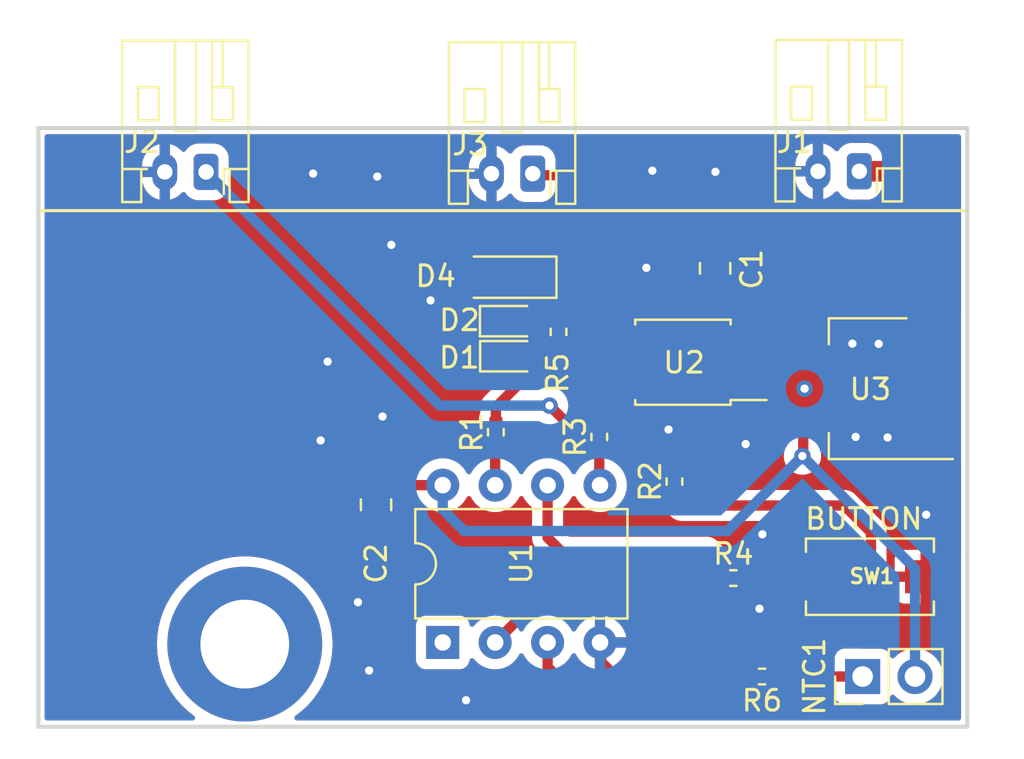
<source format=kicad_pcb>
(kicad_pcb (version 20221018) (generator pcbnew)
  (title_block (title "Paslode IM100C vendor lock-in override device") (date "2023-10-12") (rev "V1.0") (company "Ruslan Zalata"))
  (layers (0 "F.Cu" signal) (31 "B.Cu" signal) (34 "B.Paste" user) (35 "F.Paste" user) (36 "B.SilkS" user "B.Silkscreen") (37 "F.SilkS" user "F.Silkscreen") (38 "B.Mask" user) (39 "F.Mask" user) (44 "Edge.Cuts" user))
  (net 0 "")
  (net 1 "+BATT")
  (net 2 "GND")
  (net 3 "+3V3")
  (net 4 "Net-(D1-A)")
  (net 5 "Net-(D2-A)")
  (net 6 "VALVE")
  (net 7 "SHUTTER")
  (net 8 "Net-(U1-PB4)")
  (net 9 "Net-(U1-PB2)")
  (net 10 "Net-(U1-PB3)")
  (net 11 "Net-(R2-Pad2)")
  (net 12 "Net-(U1-PB0)")
  (net 13 "Net-(U1-PB1)")
  (net 14 "BUTTON")
  (footprint "Connector_JST:JST_PH_S2B-PH-K_1x02_P2.00mm_Horizontal" (layer "F.Cu") (at 139.77 82.095 180)
    (fp_text reference "J1" (at 3.14 1.41) (layer "F.SilkS"))
    (fp_text value "S2B-PH-K-S (LF)(SN)")
    (fp_line (start -2.06 -1.46) (end -2.06 6.36) (stroke (width 0.12)) (layer "F.SilkS"))
    (fp_line (start -2.06 0.14) (end -1.14 0.14) (stroke (width 0.12)) (layer "F.SilkS"))
    (fp_line (start -2.06 6.36) (end 4.06 6.36) (stroke (width 0.12)) (layer "F.SilkS"))
    (fp_line (start -1.3 2.5) (end -1.3 4.1) (stroke (width 0.12)) (layer "F.SilkS"))
    (fp_line (start -1.3 4.1) (end -0.3 4.1) (stroke (width 0.12)) (layer "F.SilkS"))
    (fp_line (start -1.14 -1.46) (end -2.06 -1.46) (stroke (width 0.12)) (layer "F.SilkS"))
    (fp_line (start -1.14 0.14) (end -1.14 -1.46) (stroke (width 0.12)) (layer "F.SilkS"))
    (fp_line (start -0.86 0.14) (end -1.14 0.14) (stroke (width 0.12)) (layer "F.SilkS"))
    (fp_line (start -0.86 0.14) (end -0.86 -1.075) (stroke (width 0.12)) (layer "F.SilkS"))
    (fp_line (start -0.8 4.1) (end -0.8 6.36) (stroke (width 0.12)) (layer "F.SilkS"))
    (fp_line (start -0.3 2.5) (end -1.3 2.5) (stroke (width 0.12)) (layer "F.SilkS"))
    (fp_line (start -0.3 4.1) (end -0.3 2.5) (stroke (width 0.12)) (layer "F.SilkS"))
    (fp_line (start -0.3 4.1) (end -0.3 6.36) (stroke (width 0.12)) (layer "F.SilkS"))
    (fp_line (start 0.5 2) (end 1.5 2) (stroke (width 0.12)) (layer "F.SilkS"))
    (fp_line (start 0.5 6.36) (end 0.5 2) (stroke (width 0.12)) (layer "F.SilkS"))
    (fp_line (start 1.5 2) (end 1.5 6.36) (stroke (width 0.12)) (layer "F.SilkS"))
    (fp_line (start 2.3 2.5) (end 3.3 2.5) (stroke (width 0.12)) (layer "F.SilkS"))
    (fp_line (start 2.3 4.1) (end 2.3 2.5) (stroke (width 0.12)) (layer "F.SilkS"))
    (fp_line (start 3.14 -1.46) (end 3.14 0.14) (stroke (width 0.12)) (layer "F.SilkS"))
    (fp_line (start 3.14 0.14) (end 2.86 0.14) (stroke (width 0.12)) (layer "F.SilkS"))
    (fp_line (start 3.3 2.5) (end 3.3 4.1) (stroke (width 0.12)) (layer "F.SilkS"))
    (fp_line (start 3.3 4.1) (end 2.3 4.1) (stroke (width 0.12)) (layer "F.SilkS"))
    (fp_line (start 4.06 -1.46) (end 3.14 -1.46) (stroke (width 0.12)) (layer "F.SilkS"))
    (fp_line (start 4.06 0.14) (end 3.14 0.14) (stroke (width 0.12)) (layer "F.SilkS"))
    (fp_line (start 4.06 6.36) (end 4.06 -1.46) (stroke (width 0.12)) (layer "F.SilkS"))
    (pad "1" thru_hole roundrect (at 0 0 180) (size 1.2 1.75) (drill 0.75) (layers "*.Cu" "*.Mask") (roundrect_rratio 0.2083333333) (net 1 "+BATT"))
    (pad "2" thru_hole oval (at 2 0 180) (size 1.2 1.75) (drill 0.75) (layers "*.Cu" "*.Mask") (net 2 "GND"))
  )
  (footprint "MountingHole:MountingHole_4.3mm_M4_DIN965_Pad" (layer "F.Cu") (at 110 105)
    (fp_text reference "H1" (at -0.12 0.08) (layer "F.SilkS"))
    (fp_text value "MountingHole")
    (pad "" thru_hole circle (at 0 0) (size 7.5 7.5) (drill 4.3) (layers "*.Cu" "*.Mask"))
  )
  (footprint "Capacitor_SMD:C_0805_2012Metric" (layer "F.Cu") (at 132.785 86.795 90)
    (fp_text reference "C1" (at -0.05 1.77 90) (layer "F.SilkS"))
    (fp_text value "22uF/25V")
    (fp_line (start -0.261252 -0.735) (end 0.261252 -0.735) (stroke (width 0.12)) (layer "F.SilkS"))
    (fp_line (start -0.261252 0.735) (end 0.261252 0.735) (stroke (width 0.12)) (layer "F.SilkS"))
    (pad "1" smd roundrect (at -0.95 0 90) (size 1 1.45) (layers "F.Cu" "F.Paste" "F.Mask") (net 1 "+BATT"))
    (pad "2" smd roundrect (at 0.95 0 90) (size 1 1.45) (layers "F.Cu" "F.Paste" "F.Mask") (net 2 "GND"))
  )
  (footprint "Capacitor_SMD:C_0805_2012Metric" (layer "F.Cu") (at 116.36 98.25 -90)
    (fp_text reference "C2" (at 2.845 0 90) (layer "F.SilkS"))
    (fp_text value "22uF/25V")
    (fp_line (start -0.261252 -0.735) (end 0.261252 -0.735) (stroke (width 0.12)) (layer "F.SilkS"))
    (fp_line (start -0.261252 0.735) (end 0.261252 0.735) (stroke (width 0.12)) (layer "F.SilkS"))
    (pad "1" smd roundrect (at -0.95 0 270) (size 1 1.45) (layers "F.Cu" "F.Paste" "F.Mask") (net 3 "+3V3"))
    (pad "2" smd roundrect (at 0.95 0 270) (size 1 1.45) (layers "F.Cu" "F.Paste" "F.Mask") (net 2 "GND"))
  )
  (footprint "Button_Switch_SMD:SW_SPST_EVQPE1" (layer "F.Cu") (at 140.285 101.735)
    (fp_text reference "SW1" (at 0.095 -0.02) (layer "F.SilkS") (effects (font (size 0.7 0.7))))
    (fp_text value "SW_Push")
    (fp_line (start -3.1 -1.85) (end -3.1 -1.2) (stroke (width 0.12)) (layer "F.SilkS"))
    (fp_line (start -3.1 1.2) (end -3.1 1.85) (stroke (width 0.12)) (layer "F.SilkS"))
    (fp_line (start -3.1 1.85) (end 3.1 1.85) (stroke (width 0.12)) (layer "F.SilkS"))
    (fp_line (start 3.1 -1.85) (end -3.1 -1.85) (stroke (width 0.12)) (layer "F.SilkS"))
    (fp_line (start 3.1 -1.85) (end 3.1 -1.2) (stroke (width 0.12)) (layer "F.SilkS"))
    (fp_line (start 3.1 1.85) (end 3.1 1.2) (stroke (width 0.12)) (layer "F.SilkS"))
    (pad "1" smd rect (at -2.7 0) (size 2 1.6) (layers "F.Cu" "F.Paste" "F.Mask") (net 14 "BUTTON"))
    (pad "2" smd rect (at 2.7 0) (size 2 1.6) (layers "F.Cu" "F.Paste" "F.Mask") (net 2 "GND"))
  )
  (footprint "Connector_JST:JST_PH_S2B-PH-K_1x02_P2.00mm_Horizontal" (layer "F.Cu") (at 123.95 82.21 180)
    (fp_text reference "J3" (at 3.035 1.41) (layer "F.SilkS"))
    (fp_text value "S2B-PH-K-S (LF)(SN)")
    (fp_line (start -2.06 -1.46) (end -2.06 6.36) (stroke (width 0.12)) (layer "F.SilkS"))
    (fp_line (start -2.06 0.14) (end -1.14 0.14) (stroke (width 0.12)) (layer "F.SilkS"))
    (fp_line (start -2.06 6.36) (end 4.06 6.36) (stroke (width 0.12)) (layer "F.SilkS"))
    (fp_line (start -1.3 2.5) (end -1.3 4.1) (stroke (width 0.12)) (layer "F.SilkS"))
    (fp_line (start -1.3 4.1) (end -0.3 4.1) (stroke (width 0.12)) (layer "F.SilkS"))
    (fp_line (start -1.14 -1.46) (end -2.06 -1.46) (stroke (width 0.12)) (layer "F.SilkS"))
    (fp_line (start -1.14 0.14) (end -1.14 -1.46) (stroke (width 0.12)) (layer "F.SilkS"))
    (fp_line (start -0.86 0.14) (end -1.14 0.14) (stroke (width 0.12)) (layer "F.SilkS"))
    (fp_line (start -0.86 0.14) (end -0.86 -1.075) (stroke (width 0.12)) (layer "F.SilkS"))
    (fp_line (start -0.8 4.1) (end -0.8 6.36) (stroke (width 0.12)) (layer "F.SilkS"))
    (fp_line (start -0.3 2.5) (end -1.3 2.5) (stroke (width 0.12)) (layer "F.SilkS"))
    (fp_line (start -0.3 4.1) (end -0.3 2.5) (stroke (width 0.12)) (layer "F.SilkS"))
    (fp_line (start -0.3 4.1) (end -0.3 6.36) (stroke (width 0.12)) (layer "F.SilkS"))
    (fp_line (start 0.5 2) (end 1.5 2) (stroke (width 0.12)) (layer "F.SilkS"))
    (fp_line (start 0.5 6.36) (end 0.5 2) (stroke (width 0.12)) (layer "F.SilkS"))
    (fp_line (start 1.5 2) (end 1.5 6.36) (stroke (width 0.12)) (layer "F.SilkS"))
    (fp_line (start 2.3 2.5) (end 3.3 2.5) (stroke (width 0.12)) (layer "F.SilkS"))
    (fp_line (start 2.3 4.1) (end 2.3 2.5) (stroke (width 0.12)) (layer "F.SilkS"))
    (fp_line (start 3.14 -1.46) (end 3.14 0.14) (stroke (width 0.12)) (layer "F.SilkS"))
    (fp_line (start 3.14 0.14) (end 2.86 0.14) (stroke (width 0.12)) (layer "F.SilkS"))
    (fp_line (start 3.3 2.5) (end 3.3 4.1) (stroke (width 0.12)) (layer "F.SilkS"))
    (fp_line (start 3.3 4.1) (end 2.3 4.1) (stroke (width 0.12)) (layer "F.SilkS"))
    (fp_line (start 4.06 -1.46) (end 3.14 -1.46) (stroke (width 0.12)) (layer "F.SilkS"))
    (fp_line (start 4.06 0.14) (end 3.14 0.14) (stroke (width 0.12)) (layer "F.SilkS"))
    (fp_line (start 4.06 6.36) (end 4.06 -1.46) (stroke (width 0.12)) (layer "F.SilkS"))
    (pad "1" thru_hole roundrect (at 0 0 180) (size 1.2 1.75) (drill 0.75) (layers "*.Cu" "*.Mask") (roundrect_rratio 0.2083333333) (net 6 "VALVE"))
    (pad "2" thru_hole oval (at 2 0 180) (size 1.2 1.75) (drill 0.75) (layers "*.Cu" "*.Mask") (net 2 "GND"))
  )
  (footprint "Resistor_SMD:R_0402_1005Metric" (layer "F.Cu") (at 122.165 94.735 90)
    (fp_text reference "R1" (at 0 -1.17 90) (layer "F.SilkS"))
    (fp_text value "330R/1%")
    (fp_line (start -0.153641 -0.38) (end 0.153641 -0.38) (stroke (width 0.12)) (layer "F.SilkS"))
    (fp_line (start -0.153641 0.38) (end 0.153641 0.38) (stroke (width 0.12)) (layer "F.SilkS"))
    (pad "1" smd roundrect (at -0.51 0 90) (size 0.54 0.64) (layers "F.Cu" "F.Paste" "F.Mask") (net 9 "Net-(U1-PB2)"))
    (pad "2" smd roundrect (at 0.51 0 90) (size 0.54 0.64) (layers "F.Cu" "F.Paste" "F.Mask") (net 4 "Net-(D1-A)"))
  )
  (footprint "Resistor_SMD:R_0402_1005Metric" (layer "F.Cu") (at 127.175 94.965 90)
    (fp_text reference "R3" (at 0 -1.17 90) (layer "F.SilkS"))
    (fp_text value "110R/1%")
    (fp_line (start -0.153641 -0.38) (end 0.153641 -0.38) (stroke (width 0.12)) (layer "F.SilkS"))
    (fp_line (start -0.153641 0.38) (end 0.153641 0.38) (stroke (width 0.12)) (layer "F.SilkS"))
    (pad "1" smd roundrect (at -0.51 0 90) (size 0.54 0.64) (layers "F.Cu" "F.Paste" "F.Mask") (net 12 "Net-(U1-PB0)"))
    (pad "2" smd roundrect (at 0.51 0 90) (size 0.54 0.64) (layers "F.Cu" "F.Paste" "F.Mask") (net 7 "SHUTTER"))
  )
  (footprint "Connector_JST:JST_PH_S2B-PH-K_1x02_P2.00mm_Horizontal" (layer "F.Cu") (at 108.125 82.125 180)
    (fp_text reference "J2" (at 3.115 1.445) (layer "F.SilkS"))
    (fp_text value "S2B-PH-K-S (LF)(SN)")
    (fp_line (start -2.06 -1.46) (end -2.06 6.36) (stroke (width 0.12)) (layer "F.SilkS"))
    (fp_line (start -2.06 0.14) (end -1.14 0.14) (stroke (width 0.12)) (layer "F.SilkS"))
    (fp_line (start -2.06 6.36) (end 4.06 6.36) (stroke (width 0.12)) (layer "F.SilkS"))
    (fp_line (start -1.3 2.5) (end -1.3 4.1) (stroke (width 0.12)) (layer "F.SilkS"))
    (fp_line (start -1.3 4.1) (end -0.3 4.1) (stroke (width 0.12)) (layer "F.SilkS"))
    (fp_line (start -1.14 -1.46) (end -2.06 -1.46) (stroke (width 0.12)) (layer "F.SilkS"))
    (fp_line (start -1.14 0.14) (end -1.14 -1.46) (stroke (width 0.12)) (layer "F.SilkS"))
    (fp_line (start -0.86 0.14) (end -1.14 0.14) (stroke (width 0.12)) (layer "F.SilkS"))
    (fp_line (start -0.86 0.14) (end -0.86 -1.075) (stroke (width 0.12)) (layer "F.SilkS"))
    (fp_line (start -0.8 4.1) (end -0.8 6.36) (stroke (width 0.12)) (layer "F.SilkS"))
    (fp_line (start -0.3 2.5) (end -1.3 2.5) (stroke (width 0.12)) (layer "F.SilkS"))
    (fp_line (start -0.3 4.1) (end -0.3 2.5) (stroke (width 0.12)) (layer "F.SilkS"))
    (fp_line (start -0.3 4.1) (end -0.3 6.36) (stroke (width 0.12)) (layer "F.SilkS"))
    (fp_line (start 0.5 2) (end 1.5 2) (stroke (width 0.12)) (layer "F.SilkS"))
    (fp_line (start 0.5 6.36) (end 0.5 2) (stroke (width 0.12)) (layer "F.SilkS"))
    (fp_line (start 1.5 2) (end 1.5 6.36) (stroke (width 0.12)) (layer "F.SilkS"))
    (fp_line (start 2.3 2.5) (end 3.3 2.5) (stroke (width 0.12)) (layer "F.SilkS"))
    (fp_line (start 2.3 4.1) (end 2.3 2.5) (stroke (width 0.12)) (layer "F.SilkS"))
    (fp_line (start 3.14 -1.46) (end 3.14 0.14) (stroke (width 0.12)) (layer "F.SilkS"))
    (fp_line (start 3.14 0.14) (end 2.86 0.14) (stroke (width 0.12)) (layer "F.SilkS"))
    (fp_line (start 3.3 2.5) (end 3.3 4.1) (stroke (width 0.12)) (layer "F.SilkS"))
    (fp_line (start 3.3 4.1) (end 2.3 4.1) (stroke (width 0.12)) (layer "F.SilkS"))
    (fp_line (start 4.06 -1.46) (end 3.14 -1.46) (stroke (width 0.12)) (layer "F.SilkS"))
    (fp_line (start 4.06 0.14) (end 3.14 0.14) (stroke (width 0.12)) (layer "F.SilkS"))
    (fp_line (start 4.06 6.36) (end 4.06 -1.46) (stroke (width 0.12)) (layer "F.SilkS"))
    (pad "1" thru_hole roundrect (at 0 0 180) (size 1.2 1.75) (drill 0.75) (layers "*.Cu" "*.Mask") (roundrect_rratio 0.2083333333) (net 7 "SHUTTER"))
    (pad "2" thru_hole oval (at 2 0 180) (size 1.2 1.75) (drill 0.75) (layers "*.Cu" "*.Mask") (net 2 "GND"))
  )
  (footprint "Resistor_SMD:R_0402_1005Metric" (layer "F.Cu") (at 130.815 97.125 90)
    (fp_text reference "R2" (at 0 -1.17 90) (layer "F.SilkS"))
    (fp_text value "1K/1%")
    (fp_line (start -0.153641 -0.38) (end 0.153641 -0.38) (stroke (width 0.12)) (layer "F.SilkS"))
    (fp_line (start -0.153641 0.38) (end 0.153641 0.38) (stroke (width 0.12)) (layer "F.SilkS"))
    (pad "1" smd roundrect (at -0.51 0 90) (size 0.54 0.64) (layers "F.Cu" "F.Paste" "F.Mask") (net 10 "Net-(U1-PB3)"))
    (pad "2" smd roundrect (at 0.51 0 90) (size 0.54 0.64) (layers "F.Cu" "F.Paste" "F.Mask") (net 11 "Net-(R2-Pad2)"))
  )
  (footprint "LED_SMD:LED_0603_1608Metric" (layer "F.Cu") (at 122.8875 91.055)
    (fp_text reference "D1" (at -2.4975 0.07) (layer "F.SilkS"))
    (fp_text value "FYLS-0603PGC")
    (fp_line (start -1.485 -0.735) (end -1.485 0.735) (stroke (width 0.12)) (layer "F.SilkS"))
    (fp_line (start -1.485 0.735) (end 0.8 0.735) (stroke (width 0.12)) (layer "F.SilkS"))
    (fp_line (start 0.8 -0.735) (end -1.485 -0.735) (stroke (width 0.12)) (layer "F.SilkS"))
    (pad "1" smd roundrect (at -0.7875 0) (size 0.875 0.95) (layers "F.Cu" "F.Paste" "F.Mask") (net 2 "GND"))
    (pad "2" smd roundrect (at 0.7875 0) (size 0.875 0.95) (layers "F.Cu" "F.Paste" "F.Mask") (net 4 "Net-(D1-A)"))
  )
  (footprint "Package_SO:SO-4_4.4x3.9mm_P2.54mm" (layer "F.Cu") (at 131.225 91.345 180)
    (fp_text reference "U2" (at -0.055 -0.02) (layer "F.SilkS"))
    (fp_text value "TLP3123")
    (fp_line (start -2.31 -2.06) (end -2.31 -1.83) (stroke (width 0.12)) (layer "F.SilkS"))
    (fp_line (start -2.31 -1.83) (end -4.05 -1.83) (stroke (width 0.12)) (layer "F.SilkS"))
    (fp_line (start -2.31 2.06) (end -2.31 1.83) (stroke (width 0.12)) (layer "F.SilkS"))
    (fp_line (start 0 -2.06) (end -2.31 -2.06) (stroke (width 0.12)) (layer "F.SilkS"))
    (fp_line (start 0 -2.06) (end 2.31 -2.06) (stroke (width 0.12)) (layer "F.SilkS"))
    (fp_line (start 0 2.06) (end -2.31 2.06) (stroke (width 0.12)) (layer "F.SilkS"))
    (fp_line (start 0 2.06) (end 2.31 2.06) (stroke (width 0.12)) (layer "F.SilkS"))
    (fp_line (start 2.31 -2.06) (end 2.31 -1.83) (stroke (width 0.12)) (layer "F.SilkS"))
    (fp_line (start 2.31 2.06) (end 2.31 1.83) (stroke (width 0.12)) (layer "F.SilkS"))
    (pad "1" smd roundrect (at -3.15 -1.27 180) (size 1.8 0.6) (layers "F.Cu" "F.Paste" "F.Mask") (net 11 "Net-(R2-Pad2)"))
    (pad "2" smd roundrect (at -3.15 1.27 180) (size 1.8 0.6) (layers "F.Cu" "F.Paste" "F.Mask") (net 2 "GND"))
    (pad "3" smd roundrect (at 3.15 1.27 180) (size 1.8 0.6) (layers "F.Cu" "F.Paste" "F.Mask") (net 6 "VALVE"))
    (pad "4" smd roundrect (at 3.15 -1.27 180) (size 1.8 0.6) (layers "F.Cu" "F.Paste" "F.Mask") (net 1 "+BATT"))
  )
  (footprint "Resistor_SMD:R_0402_1005Metric" (layer "F.Cu") (at 133.67 101.8)
    (fp_text reference "R4" (at 0 -1.17) (layer "F.SilkS"))
    (fp_text value "110R/1%")
    (fp_line (start -0.153641 -0.38) (end 0.153641 -0.38) (stroke (width 0.12)) (layer "F.SilkS"))
    (fp_line (start -0.153641 0.38) (end 0.153641 0.38) (stroke (width 0.12)) (layer "F.SilkS"))
    (pad "1" smd roundrect (at -0.51 0) (size 0.54 0.64) (layers "F.Cu" "F.Paste" "F.Mask") (net 13 "Net-(U1-PB1)"))
    (pad "2" smd roundrect (at 0.51 0) (size 0.54 0.64) (layers "F.Cu" "F.Paste" "F.Mask") (net 14 "BUTTON"))
  )
  (footprint "Resistor_SMD:R_0402_1005Metric" (layer "F.Cu") (at 135.06 106.57 180)
    (fp_text reference "R6" (at 0 -1.17) (layer "F.SilkS"))
    (fp_text value "10K/1%")
    (fp_line (start -0.153641 -0.38) (end 0.153641 -0.38) (stroke (width 0.12)) (layer "F.SilkS"))
    (fp_line (start -0.153641 0.38) (end 0.153641 0.38) (stroke (width 0.12)) (layer "F.SilkS"))
    (pad "1" smd roundrect (at -0.51 0 180) (size 0.54 0.64) (layers "F.Cu" "F.Paste" "F.Mask") (net 8 "Net-(U1-PB4)"))
    (pad "2" smd roundrect (at 0.51 0 180) (size 0.54 0.64) (layers "F.Cu" "F.Paste" "F.Mask") (net 2 "GND"))
  )
  (footprint "Diode_SMD:D_SOD-123" (layer "F.Cu") (at 122.74 87.225 180)
    (fp_text reference "D4" (at 3.49 0.05) (layer "F.SilkS"))
    (fp_text value "1N4148W")
    (fp_line (start -2.36 -1) (end -2.36 1) (stroke (width 0.12)) (layer "F.SilkS"))
    (fp_line (start -2.36 -1) (end 1.65 -1) (stroke (width 0.12)) (layer "F.SilkS"))
    (fp_line (start -2.36 1) (end 1.65 1) (stroke (width 0.12)) (layer "F.SilkS"))
    (pad "1" smd roundrect (at -1.65 0 180) (size 0.9 1.2) (layers "F.Cu" "F.Paste" "F.Mask") (net 6 "VALVE"))
    (pad "2" smd roundrect (at 1.65 0 180) (size 0.9 1.2) (layers "F.Cu" "F.Paste" "F.Mask") (net 2 "GND"))
  )
  (footprint "Package_DIP:DIP-8_W7.62mm" (layer "F.Cu") (at 119.59 104.92 90)
    (fp_text reference "U1" (at 3.825 3.81 90) (layer "F.SilkS"))
    (fp_text value "ATtiny13-20P")
    (fp_line (start 1.16 -1.33) (end 1.16 8.95) (stroke (width 0.12)) (layer "F.SilkS"))
    (fp_line (start 1.16 8.95) (end 6.46 8.95) (stroke (width 0.12)) (layer "F.SilkS"))
    (fp_line (start 2.81 -1.33) (end 1.16 -1.33) (stroke (width 0.12)) (layer "F.SilkS"))
    (fp_line (start 6.46 -1.33) (end 4.81 -1.33) (stroke (width 0.12)) (layer "F.SilkS"))
    (fp_line (start 6.46 8.95) (end 6.46 -1.33) (stroke (width 0.12)) (layer "F.SilkS"))
    (fp_arc (start 4.81 -1.33) (mid 3.81 -0.33) (end 2.81 -1.33) (stroke (width 0.12)) (layer "F.SilkS"))
    (pad "1" thru_hole rect (at 0 0 90) (size 1.6 1.6) (drill 0.8) (layers "*.Cu" "*.Mask"))
    (pad "2" thru_hole oval (at 0 2.54 90) (size 1.6 1.6) (drill 0.8) (layers "*.Cu" "*.Mask") (net 10 "Net-(U1-PB3)"))
    (pad "3" thru_hole oval (at 0 5.08 90) (size 1.6 1.6) (drill 0.8) (layers "*.Cu" "*.Mask") (net 8 "Net-(U1-PB4)"))
    (pad "4" thru_hole oval (at 0 7.62 90) (size 1.6 1.6) (drill 0.8) (layers "*.Cu" "*.Mask") (net 2 "GND"))
    (pad "5" thru_hole oval (at 7.62 7.62 90) (size 1.6 1.6) (drill 0.8) (layers "*.Cu" "*.Mask") (net 12 "Net-(U1-PB0)"))
    (pad "6" thru_hole oval (at 7.62 5.08 90) (size 1.6 1.6) (drill 0.8) (layers "*.Cu" "*.Mask") (net 13 "Net-(U1-PB1)"))
    (pad "7" thru_hole oval (at 7.62 2.54 90) (size 1.6 1.6) (drill 0.8) (layers "*.Cu" "*.Mask") (net 9 "Net-(U1-PB2)"))
    (pad "8" thru_hole oval (at 7.62 0 90) (size 1.6 1.6) (drill 0.8) (layers "*.Cu" "*.Mask") (net 3 "+3V3"))
  )
  (footprint "LED_SMD:LED_0603_1608Metric" (layer "F.Cu") (at 122.8775 89.355)
    (fp_text reference "D2" (at -2.4775 -0.045) (layer "F.SilkS"))
    (fp_text value "FYLS-0603URC")
    (fp_line (start -1.485 -0.735) (end -1.485 0.735) (stroke (width 0.12)) (layer "F.SilkS"))
    (fp_line (start -1.485 0.735) (end 0.8 0.735) (stroke (width 0.12)) (layer "F.SilkS"))
    (fp_line (start 0.8 -0.735) (end -1.485 -0.735) (stroke (width 0.12)) (layer "F.SilkS"))
    (pad "1" smd roundrect (at -0.7875 0) (size 0.875 0.95) (layers "F.Cu" "F.Paste" "F.Mask") (net 2 "GND"))
    (pad "2" smd roundrect (at 0.7875 0) (size 0.875 0.95) (layers "F.Cu" "F.Paste" "F.Mask") (net 5 "Net-(D2-A)"))
  )
  (footprint "Resistor_SMD:R_0402_1005Metric" (layer "F.Cu") (at 125.2 89.875 90)
    (fp_text reference "R5" (at -1.99 -0.045 90) (layer "F.SilkS"))
    (fp_text value "1K/1%")
    (fp_line (start -0.153641 -0.38) (end 0.153641 -0.38) (stroke (width 0.12)) (layer "F.SilkS"))
    (fp_line (start -0.153641 0.38) (end 0.153641 0.38) (stroke (width 0.12)) (layer "F.SilkS"))
    (pad "1" smd roundrect (at -0.51 0 90) (size 0.54 0.64) (layers "F.Cu" "F.Paste" "F.Mask") (net 6 "VALVE"))
    (pad "2" smd roundrect (at 0.51 0 90) (size 0.54 0.64) (layers "F.Cu" "F.Paste" "F.Mask") (net 5 "Net-(D2-A)"))
  )
  (footprint "Package_TO_SOT_SMD:SOT-223-3_TabPin2" (layer "F.Cu") (at 140.205 92.625 180)
    (fp_text reference "U3" (at -0.1 -0.03) (layer "F.SilkS"))
    (fp_text value "AMS1117-3.3")
    (fp_line (start -4.1 -3.41) (end 1.91 -3.41) (stroke (width 0.12)) (layer "F.SilkS"))
    (fp_line (start -1.85 3.41) (end 1.91 3.41) (stroke (width 0.12)) (layer "F.SilkS"))
    (fp_line (start 1.91 -3.41) (end 1.91 -2.15) (stroke (width 0.12)) (layer "F.SilkS"))
    (fp_line (start 1.91 3.41) (end 1.91 2.15) (stroke (width 0.12)) (layer "F.SilkS"))
    (pad "1" smd rect (at -3.15 -2.3 180) (size 2 1.5) (layers "F.Cu" "F.Paste" "F.Mask") (net 2 "GND"))
    (pad "2" smd rect (at -3.15 0 180) (size 2 1.5) (layers "F.Cu" "F.Paste" "F.Mask") (net 3 "+3V3"))
    (pad "2" smd rect (at 3.15 0 180) (size 2 3.8) (layers "F.Cu" "F.Paste" "F.Mask") (net 3 "+3V3"))
    (pad "3" smd rect (at -3.15 2.3 180) (size 2 1.5) (layers "F.Cu" "F.Paste" "F.Mask") (net 1 "+BATT"))
  )
  (footprint "Connector_PinHeader_2.54mm:PinHeader_1x02_P2.54mm_Vertical" (layer "F.Cu") (at 139.93 106.57 90)
    (fp_text reference "NTC1" (at 0 -2.33 90) (layer "F.SilkS"))
    (fp_text value "4.7K NTC")
    (fp_line (start -1.33 -1.33) (end 0 -1.33) (stroke (width 0.12)) (layer "F.SilkS"))
    (fp_line (start -1.33 0) (end -1.33 -1.33) (stroke (width 0.12)) (layer "F.SilkS"))
    (fp_line (start -1.33 1.27) (end -1.33 3.87) (stroke (width 0.12)) (layer "F.SilkS"))
    (fp_line (start -1.33 1.27) (end 1.33 1.27) (stroke (width 0.12)) (layer "F.SilkS"))
    (fp_line (start -1.33 3.87) (end 1.33 3.87) (stroke (width 0.12)) (layer "F.SilkS"))
    (fp_line (start 1.33 1.27) (end 1.33 3.87) (stroke (width 0.12)) (layer "F.SilkS"))
    (pad "1" thru_hole rect (at 0 0 90) (size 1.7 1.7) (drill 1) (layers "*.Cu" "*.Mask") (net 8 "Net-(U1-PB4)"))
    (pad "2" thru_hole oval (at 0 2.54 90) (size 1.7 1.7) (drill 1) (layers "*.Cu" "*.Mask") (net 3 "+3V3"))
  )
  (gr_line (start 100 84) (end 145 84) (stroke (width 0.15)) (layer "F.SilkS"))
  (gr_rect (start 100 80) (end 145 109) (stroke (width 0.2)) (fill none) (layer "Edge.Cuts"))
  (gr_text "BUTTON" (at 139.99 99.52) (layer "F.SilkS") (effects (font (size 1 1)) (justify bottom)))
  (segment (start 142.91 83.69) (end 142.91 85.51) (width 1) (layer "F.Cu") (net 1))
  (segment (start 139.77 82.095) (end 141.315 82.095) (width 1) (layer "F.Cu") (net 1))
  (segment (start 142.91 85.51) (end 143.35 85.95) (width 1) (layer "F.Cu") (net 1))
  (segment (start 143.355 87.77) (end 143.355 90.325) (width 0.5) (layer "F.Cu") (net 1))
  (segment (start 131.51 90.54) (end 131.51 87.835) (width 1) (layer "F.Cu") (net 1))
  (segment (start 128.075 92.615) (end 129.435 92.615) (width 1) (layer "F.Cu") (net 1))
  (segment (start 131.51 87.835) (end 131.59 87.755) (width 1) (layer "F.Cu") (net 1))
  (segment (start 129.435 92.615) (end 131.51 90.54) (width 1) (layer "F.Cu") (net 1))
  (segment (start 131.59 87.755) (end 140.665 87.755) (width 1) (layer "F.Cu") (net 1))
  (segment (start 143.35 85.95) (end 143.35 87.765) (width 1) (layer "F.Cu") (net 1))
  (segment (start 141.315 82.095) (end 142.91 83.69) (width 1) (layer "F.Cu") (net 1))
  (segment (start 140.665 87.755) (end 142.91 85.51) (width 1) (layer "F.Cu") (net 1))
  (segment (start 143.35 87.765) (end 143.355 87.77) (width 0.5) (layer "F.Cu") (net 1))
  (segment (start 121.09 88.005) (end 121.09 87.225) (width 0.5) (layer "F.Cu") (net 2))
  (segment (start 142.985 98.755) (end 143.01 98.73) (width 0.5) (layer "F.Cu") (net 2))
  (segment (start 134.375 89.695) (end 134.7 89.37) (width 0.5) (layer "F.Cu") (net 2))
  (segment (start 142.985 101.735) (end 142.985 98.755) (width 0.5) (layer "F.Cu") (net 2))
  (segment (start 143.355 94.925) (end 141.205 94.925) (width 0.5) (layer "F.Cu") (net 2))
  (segment (start 134.545 106.565) (end 127.97 106.565) (width 0.5) (layer "F.Cu") (net 2))
  (segment (start 127.26 105.855) (end 127.26 104.97) (width 0.5) (layer "F.Cu") (net 2))
  (segment (start 127.26 104.97) (end 127.21 104.92) (width 0.5) (layer "F.Cu") (net 2))
  (segment (start 122.12 89.385) (end 122.09 89.355) (width 0.5) (layer "F.Cu") (net 2))
  (segment (start 134.375 90.075) (end 134.375 89.695) (width 0.5) (layer "F.Cu") (net 2))
  (segment (start 141.205 94.925) (end 141.14 94.99) (width 0.5) (layer "F.Cu") (net 2))
  (segment (start 121.09 87.225) (end 120.125 87.225) (width 0.5) (layer "F.Cu") (net 2))
  (segment (start 122.12 91.07) (end 122.12 89.385) (width 0.5) (layer "F.Cu") (net 2))
  (segment (start 122.09 89.005) (end 121.09 88.005) (width 0.5) (layer "F.Cu") (net 2))
  (segment (start 134.7 89.37) (end 139.625 89.37) (width 0.5) (layer "F.Cu") (net 2))
  (segment (start 120.125 87.225) (end 119 88.35) (width 0.5) (layer "F.Cu") (net 2))
  (segment (start 122.09 89.355) (end 122.09 89.005) (width 0.5) (layer "F.Cu") (net 2))
  (segment (start 139.625 89.37) (end 140.71 90.455) (width 0.5) (layer "F.Cu") (net 2))
  (segment (start 127.97 106.565) (end 127.26 105.855) (width 0.5) (layer "F.Cu") (net 2))
  (segment (start 134.55 106.57) (end 134.545 106.565) (width 0.5) (layer "F.Cu") (net 2))
  (via (at 143.01 98.73) (size 0.8) (drill 0.4) (layers "F.Cu" "B.Cu") (net 2))
  (via (at 116.42 82.35) (size 0.8) (drill 0.4) (layers "F.Cu" "B.Cu") (net 2))
  (via (at 139.59468 94.962446) (size 0.8) (drill 0.4) (layers "F.Cu" "B.Cu") (net 2))
  (via (at 129.455 86.77) (size 0.8) (drill 0.4) (layers "F.Cu" "B.Cu") (net 2))
  (via (at 117.1 85.66) (size 0.8) (drill 0.4) (layers "F.Cu" "B.Cu") (net 2))
  (via (at 134.265 95.31) (size 0.8) (drill 0.4) (layers "F.Cu" "B.Cu") (net 2))
  (via (at 139.437517 90.444006) (size 0.8) (drill 0.4) (layers "F.Cu" "B.Cu") (net 2))
  (via (at 116.675 93.975) (size 0.8) (drill 0.4) (layers "F.Cu" "B.Cu") (net 2))
  (via (at 114.015 91.315) (size 0.8) (drill 0.4) (layers "F.Cu" "B.Cu") (net 2))
  (via (at 113.31 82.205) (size 0.8) (drill 0.4) (layers "F.Cu" "B.Cu") (net 2))
  (via (at 134.935 103.285) (size 0.8) (drill 0.4) (layers "F.Cu" "B.Cu") (net 2))
  (via (at 132.8 82.12) (size 0.8) (drill 0.4) (layers "F.Cu" "B.Cu") (net 2))
  (via (at 115.485 102.97) (size 0.8) (drill 0.4) (layers "F.Cu" "B.Cu") (net 2))
  (via (at 116.025 106.28) (size 0.8) (drill 0.4) (layers "F.Cu" "B.Cu") (net 2))
  (via (at 119 88.35) (size 0.8) (drill 0.4) (layers "F.Cu" "B.Cu") (net 2))
  (via (at 140.71 90.455) (size 0.8) (drill 0.4) (layers "F.Cu" "B.Cu") (net 2))
  (via (at 135.075 99.68) (size 0.8) (drill 0.4) (layers "F.Cu" "B.Cu") (net 2))
  (via (at 113.675 95.135) (size 0.8) (drill 0.4) (layers "F.Cu" "B.Cu") (net 2))
  (via (at 141.14 94.99) (size 0.8) (drill 0.4) (layers "F.Cu" "B.Cu") (net 2))
  (via (at 129.745 82.065) (size 0.8) (drill 0.4) (layers "F.Cu" "B.Cu") (net 2))
  (via (at 130.53 94.605) (size 0.8) (drill 0.4) (layers "F.Cu" "B.Cu") (net 2))
  (via (at 120.72 107.72) (size 0.8) (drill 0.4) (layers "F.Cu" "B.Cu") (net 2))
  (segment (start 137.055 95.85) (end 137.015 95.89) (width 0.5) (layer "F.Cu") (net 3))
  (segment (start 140.55 92.625) (end 137.055 92.625) (width 0.5) (layer "F.Cu") (net 3))
  (segment (start 137.055 92.625) (end 137.055 95.85) (width 0.5) (layer "F.Cu") (net 3))
  (segment (start 143.355 92.625) (end 140.55 92.625) (width 0.5) (layer "F.Cu") (net 3))
  (segment (start 116.36 97.3) (end 119.59 97.3) (width 0.5) (layer "F.Cu") (net 3))
  (via (at 137.11936 92.624644) (size 0.8) (drill 0.4) (layers "F.Cu" "B.Cu") (net 3))
  (via (at 137.015 95.89) (size 0.8) (drill 0.4) (layers "F.Cu" "B.Cu") (net 3))
  (segment (start 119.59 97.3) (end 119.59 98.48) (width 0.5) (layer "B.Cu") (net 3))
  (segment (start 142.47 106.57) (end 142.47 101.345) (width 0.5) (layer "B.Cu") (net 3))
  (segment (start 133.385 99.52) (end 137.015 95.89) (width 0.5) (layer "B.Cu") (net 3))
  (segment (start 119.59 98.48) (end 120.63 99.52) (width 0.5) (layer "B.Cu") (net 3))
  (segment (start 142.47 101.345) (end 137.015 95.89) (width 0.5) (layer "B.Cu") (net 3))
  (segment (start 120.63 99.52) (end 133.385 99.52) (width 0.5) (layer "B.Cu") (net 3))
  (segment (start 122.165 94.225) (end 122.165 93.52) (width 0.5) (layer "F.Cu") (net 4))
  (segment (start 123.675 92.01) (end 123.675 91.055) (width 0.5) (layer "F.Cu") (net 4))
  (segment (start 122.165 93.52) (end 123.675 92.01) (width 0.5) (layer "F.Cu") (net 4))
  (segment (start 123.665 89.355) (end 125.062685 89.355) (width 0.5) (layer "F.Cu") (net 5))
  (segment (start 125.062685 89.355) (end 125.072685 89.365) (width 0.5) (layer "F.Cu") (net 5))
  (segment (start 126.53 82.285) (end 124.025 82.285) (width 0.5) (layer "F.Cu") (net 6))
  (segment (start 125.045 87.225) (end 126.355 88.535) (width 0.5) (layer "F.Cu") (net 6))
  (segment (start 126.355 89.855) (end 126.575 90.075) (width 0.5) (layer "F.Cu") (net 6))
  (segment (start 126.575 90.075) (end 126.265 90.385) (width 0.5) (layer "F.Cu") (net 6))
  (segment (start 124.025 82.285) (end 123.95 82.21) (width 0.5) (layer "F.Cu") (net 6))
  (segment (start 124.39 87.225) (end 125.045 87.225) (width 0.5) (layer "F.Cu") (net 6))
  (segment (start 126.575 90.075) (end 128.075 90.075) (width 0.5) (layer "F.Cu") (net 6))
  (segment (start 124.39 87.225) (end 125.39 87.225) (width 0.5) (layer "F.Cu") (net 6))
  (segment (start 125.39 87.225) (end 127.53 85.085) (width 0.5) (layer "F.Cu") (net 6))
  (segment (start 126.355 88.535) (end 126.355 89.855) (width 0.5) (layer "F.Cu") (net 6))
  (segment (start 126.265 90.385) (end 125.2 90.385) (width 0.5) (layer "F.Cu") (net 6))
  (segment (start 127.53 85.085) (end 127.53 83.285) (width 0.5) (layer "F.Cu") (net 6))
  (segment (start 127.53 83.285) (end 126.53 82.285) (width 0.5) (layer "F.Cu") (net 6))
  (segment (start 127.175 94.455) (end 125.775 94.455) (width 0.5) (layer "F.Cu") (net 7))
  (segment (start 125.775 94.455) (end 124.765 93.445) (width 0.5) (layer "F.Cu") (net 7))
  (via (at 124.765 93.445) (size 0.8) (drill 0.4) (layers "F.Cu" "B.Cu") (net 7))
  (segment (start 119.445 93.445) (end 124.765 93.445) (width 0.5) (layer "B.Cu") (net 7))
  (segment (start 108.125 82.125) (end 119.445 93.445) (width 0.5) (layer "B.Cu") (net 7))
  (segment (start 124.67 106.105) (end 126.245 107.68) (width 0.5) (layer "F.Cu") (net 8))
  (segment (start 126.245 107.68) (end 135.21 107.68) (width 0.5) (layer "F.Cu") (net 8))
  (segment (start 124.67 104.92) (end 124.67 106.105) (width 0.5) (layer "F.Cu") (net 8))
  (segment (start 135.21 107.68) (end 135.57 107.32) (width 0.5) (layer "F.Cu") (net 8))
  (segment (start 135.57 106.57) (end 139.93 106.57) (width 0.5) (layer "F.Cu") (net 8))
  (segment (start 135.57 107.32) (end 135.57 106.57) (width 0.5) (layer "F.Cu") (net 8))
  (segment (start 122.13 95.28) (end 122.165 95.245) (width 0.5) (layer "F.Cu") (net 9))
  (segment (start 122.13 97.3) (end 122.13 95.28) (width 0.5) (layer "F.Cu") (net 9))
  (segment (start 124.165 102.885) (end 122.13 104.92) (width 0.5) (layer "F.Cu") (net 10))
  (segment (start 139.035 98.285) (end 140.335 99.585) (width 0.5) (layer "F.Cu") (net 10))
  (segment (start 129.89 102.885) (end 124.165 102.885) (width 0.5) (layer "F.Cu") (net 10))
  (segment (start 130.815 97.635) (end 130.815 97.91) (width 0.5) (layer "F.Cu") (net 10))
  (segment (start 131.825 104.82) (end 129.89 102.885) (width 0.5) (layer "F.Cu") (net 10))
  (segment (start 130.815 97.91) (end 131.19 98.285) (width 0.5) (layer "F.Cu") (net 10))
  (segment (start 140.335 99.585) (end 140.335 103.285) (width 0.5) (layer "F.Cu") (net 10))
  (segment (start 138.8 104.82) (end 131.825 104.82) (width 0.5) (layer "F.Cu") (net 10))
  (segment (start 140.335 103.285) (end 138.8 104.82) (width 0.5) (layer "F.Cu") (net 10))
  (segment (start 131.19 98.285) (end 139.035 98.285) (width 0.5) (layer "F.Cu") (net 10))
  (segment (start 132.88 92.615) (end 134.375 92.615) (width 0.5) (layer "F.Cu") (net 11))
  (segment (start 131.205 96.615) (end 132.275 95.545) (width 0.5) (layer "F.Cu") (net 11))
  (segment (start 132.275 95.545) (end 132.275 93.22) (width 0.5) (layer "F.Cu") (net 11))
  (segment (start 130.815 96.615) (end 131.205 96.615) (width 0.5) (layer "F.Cu") (net 11))
  (segment (start 132.275 93.22) (end 132.88 92.615) (width 0.5) (layer "F.Cu") (net 11))
  (segment (start 127.175 97.265) (end 127.21 97.3) (width 0.5) (layer "F.Cu") (net 12))
  (segment (start 127.175 95.475) (end 127.175 97.265) (width 0.5) (layer "F.Cu") (net 12))
  (segment (start 133.16 101.345) (end 132.365 100.55) (width 0.5) (layer "F.Cu") (net 13))
  (segment (start 124.67 99.84) (end 124.67 97.3) (width 0.5) (layer "F.Cu") (net 13))
  (segment (start 133.16 101.8) (end 133.16 101.345) (width 0.5) (layer "F.Cu") (net 13))
  (segment (start 132.365 100.55) (end 125.38 100.55) (width 0.5) (layer "F.Cu") (net 13))
  (segment (start 125.38 100.55) (end 124.67 99.84) (width 0.5) (layer "F.Cu") (net 13))
  (segment (start 134.245 101.735) (end 134.18 101.8) (width 0.5) (layer "F.Cu") (net 14))
  (segment (start 137.585 101.735) (end 134.245 101.735) (width 0.5) (layer "F.Cu") (net 14))
  (zone (net 2) (net_name "GND") (layers "F&B.Cu") (connect_pads (clearance 0.5)) (min_thickness 0.25) (fill yes (thermal_gap 0.5) (thermal_bridge_width 0.5))
    (polygon (pts (xy 100.07 79.995) (xy 145 79.985) (xy 145.015 108.965) (xy 100.01 108.955)))
  )
)
</source>
